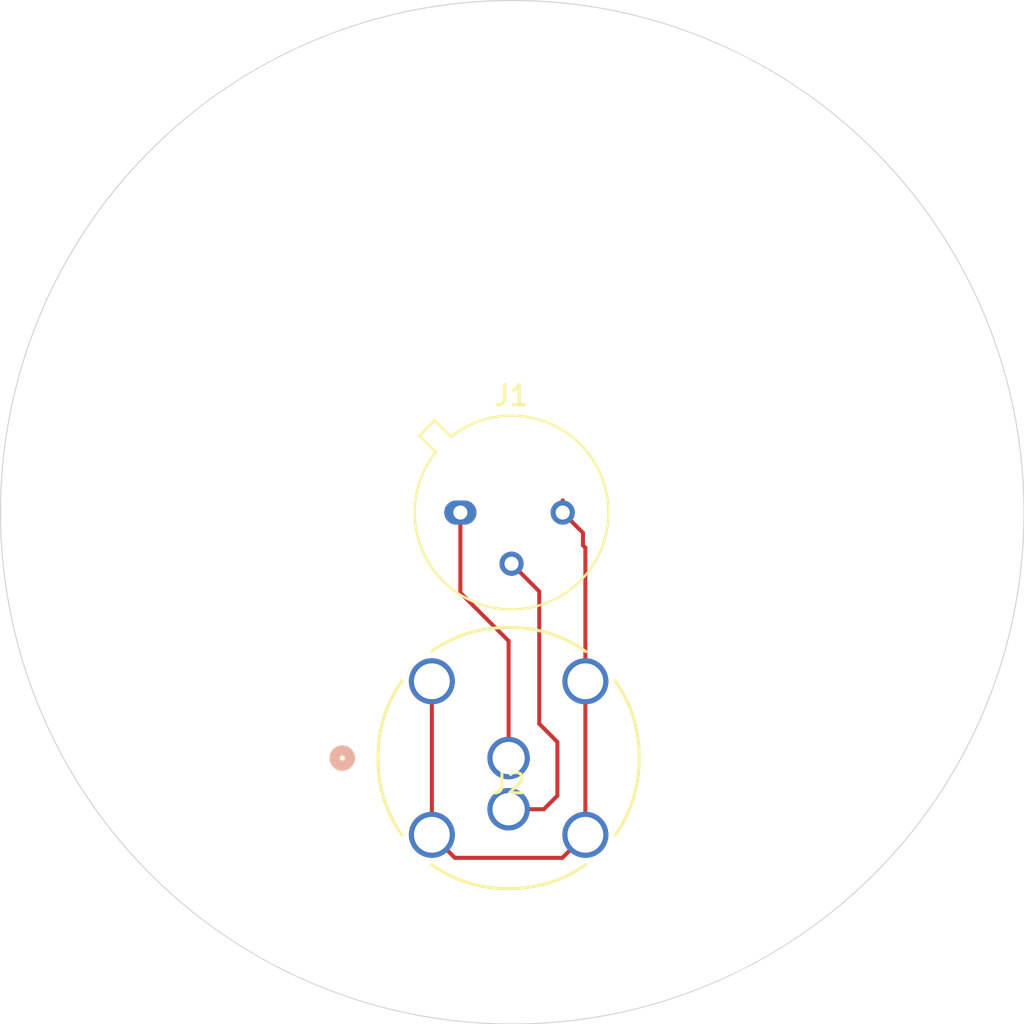
<source format=kicad_pcb>
(kicad_pcb (version 20241229) (generator "pcbnew") (generator_version "9.0")
  (layers (0 "F.Cu" signal) (2 "B.Cu" signal) (13 "F.Paste" user) (15 "B.Paste" user) (5 "F.SilkS" user "F.Silkscreen") (7 "B.SilkS" user "B.Silkscreen") (1 "F.Mask" user) (3 "B.Mask" user) (25 "Edge.Cuts" user))
  (net 0 "")
  (net 1 "Net-(J1-Pin_1)")
  (net 2 "Net-(J1-Pin_2)")
  (net 3 "GND")
  (footprint "KiCADv6:CONN_CBJ70_CIN" (layer "F.Cu") (at 159.63 81.03)
    (property "Reference" "J2" (at 0 1.27 0) (layer "F.SilkS"))
    (property "Value" "CBJ70 Triax Throughhole Connector")
    (fp_line (start -6.477 -0.127) (end -6.477 0.127) (stroke (width 0.1524)) (layer "F.SilkS"))
    (fp_line (start -0.127 6.477) (end 0.127 6.477) (stroke (width 0.1524)) (layer "F.SilkS"))
    (fp_line (start 0.127 -6.477) (end -0.127 -6.477) (stroke (width 0.1524)) (layer "F.SilkS"))
    (fp_line (start 6.477 0.127) (end 6.477 -0.127) (stroke (width 0.1524)) (layer "F.SilkS"))
    (fp_arc (start -6.477 -0.127005) (mid -6.171817 -2.071914) (end -5.285605 -3.829877) (stroke (width 0.1524)) (layer "F.SilkS"))
    (fp_arc (start -5.285607 3.829874) (mid -6.171818 2.07191) (end -6.477 0.127) (stroke (width 0.1524)) (layer "F.SilkS"))
    (fp_arc (start -3.829874 -5.285607) (mid -2.07191 -6.171818) (end -0.127 -6.477) (stroke (width 0.1524)) (layer "F.SilkS"))
    (fp_arc (start -0.127005 6.477) (mid -2.071914 6.171817) (end -3.829877 5.285605) (stroke (width 0.1524)) (layer "F.SilkS"))
    (fp_arc (start 0.127 -6.477) (mid 2.07191 -6.171818) (end 3.829874 -5.285607) (stroke (width 0.1524)) (layer "F.SilkS"))
    (fp_arc (start 3.829874 5.285607) (mid 2.07191 6.171818) (end 0.127 6.477) (stroke (width 0.1524)) (layer "F.SilkS"))
    (fp_arc (start 5.285607 -3.829874) (mid 6.171818 -2.07191) (end 6.477 -0.127) (stroke (width 0.1524)) (layer "F.SilkS"))
    (fp_arc (start 6.477 0.127002) (mid 6.171818 2.071911) (end 5.285606 3.829875) (stroke (width 0.1524)) (layer "F.SilkS"))
    (fp_circle (center -8.255 0) (end -7.874 0) (stroke (width 0.508)) (fill no) (layer "F.SilkS"))
    (fp_circle (center -8.255 0) (end -7.874 0) (stroke (width 0.508)) (fill no) (layer "B.SilkS"))
    (pad "1" thru_hole circle (at 0 0) (size 2.1082 2.1082) (drill 1.6002) (layers "*.Cu" "*.Mask") (net 1 "Net-(J1-Pin_1)"))
    (pad "2" thru_hole circle (at 0 2.54) (size 2.1082 2.1082) (drill 1.6002) (layers "*.Cu" "*.Mask") (net 2 "Net-(J1-Pin_2)"))
    (pad "3" thru_hole circle (at -3.81 -3.81) (size 2.286 2.286) (drill 1.778) (layers "*.Cu" "*.Mask") (net 3 "GND"))
    (pad "4" thru_hole circle (at 3.81 -3.81) (size 2.286 2.286) (drill 1.778) (layers "*.Cu" "*.Mask" "Dwgs.User") (net 3 "GND"))
    (pad "5" thru_hole circle (at -3.81 3.81) (size 2.286 2.286) (drill 1.778) (layers "*.Cu" "*.Mask") (net 3 "GND"))
    (pad "6" thru_hole circle (at 3.81 3.81) (size 2.286 2.286) (drill 1.778) (layers "*.Cu" "*.Mask") (net 3 "GND"))
  )
  (footprint "Package_TO_SOT_THT:TO-5-3" (layer "F.Cu") (at 157.235 68.8448)
    (property "Reference" "J1" (at 2.54 -5.81 0) (layer "F.SilkS"))
    (property "Value" "TO-5 Photodiode Socket: Conn_01x03")
    (fp_line (start -2.034693 -3.811018) (end -1.22152 -2.997844) (stroke (width 0.12)) (layer "F.SilkS"))
    (fp_line (start -1.271018 -4.574693) (end -2.034693 -3.811018) (stroke (width 0.12)) (layer "F.SilkS"))
    (fp_line (start -0.457844 -3.76152) (end -1.271018 -4.574693) (stroke (width 0.12)) (layer "F.SilkS"))
    (fp_arc (start -0.457844 -3.76152) (mid 5.941184 3.401184) (end -1.22152 -2.997844) (stroke (width 0.12)) (layer "F.SilkS"))
    (pad "1" thru_hole oval (at 0 0) (size 1.6 1.2) (drill 0.7) (layers "*.Cu" "*.Mask") (net 1 "Net-(J1-Pin_1)"))
    (pad "2" thru_hole circle (at 2.54 2.54) (size 1.2 1.2) (drill 0.7) (layers "*.Cu" "*.Mask") (net 2 "Net-(J1-Pin_2)"))
    (pad "3" thru_hole circle (at 5.08 0) (size 1.2 1.2) (drill 0.7) (layers "*.Cu" "*.Mask") (net 3 "GND"))
  )
  (gr_circle (center 159.81 68.83) (end 185.21 68.83) (stroke (width 0.05)) (fill no) (layer "Edge.Cuts"))
  (segment (start 157.235 72.825) (end 159.63 75.22) (width 0.2) (layer "F.Cu") (net 1))
  (segment (start 157.235 68.8448) (end 157.235 72.825) (width 0.2) (layer "F.Cu") (net 1))
  (segment (start 159.63 75.22) (end 159.63 81.03) (width 0.2) (layer "F.Cu") (net 1))
  (segment (start 162.05 82.9) (end 161.38 83.57) (width 0.2) (layer "F.Cu") (net 2))
  (segment (start 162.05 80.23) (end 162.05 82.9) (width 0.2) (layer "F.Cu") (net 2))
  (segment (start 161.38 83.57) (end 159.63 83.57) (width 0.2) (layer "F.Cu") (net 2))
  (segment (start 159.775 71.3848) (end 161.15 72.7598) (width 0.2) (layer "F.Cu") (net 2))
  (segment (start 161.15 79.33) (end 162.05 80.23) (width 0.2) (layer "F.Cu") (net 2))
  (segment (start 161.15 72.7598) (end 161.15 79.33) (width 0.2) (layer "F.Cu") (net 2))
  (segment (start 163.44 84.84) (end 162.297 85.983) (width 0.2) (layer "F.Cu") (net 3))
  (segment (start 163.44 70.59) (end 163.44 77.22) (width 0.2) (layer "F.Cu") (net 3))
  (segment (start 162.315 68.8448) (end 162.315 68.235) (width 0.2) (layer "F.Cu") (net 3))
  (segment (start 162.297 85.983) (end 156.963 85.983) (width 0.2) (layer "F.Cu") (net 3))
  (segment (start 163.32 70.47) (end 163.44 70.59) (width 0.2) (layer "F.Cu") (net 3))
  (segment (start 156.963 85.983) (end 155.82 84.84) (width 0.2) (layer "F.Cu") (net 3))
  (segment (start 163.32 69.8498) (end 163.32 70.47) (width 0.2) (layer "F.Cu") (net 3))
  (segment (start 162.315 68.8448) (end 163.32 69.8498) (width 0.2) (layer "F.Cu") (net 3))
  (segment (start 155.82 84.84) (end 155.82 77.22) (width 0.2) (layer "F.Cu") (net 3))
  (segment (start 163.44 77.22) (end 163.44 84.84) (width 0.2) (layer "F.Cu") (net 3))
)
</source>
